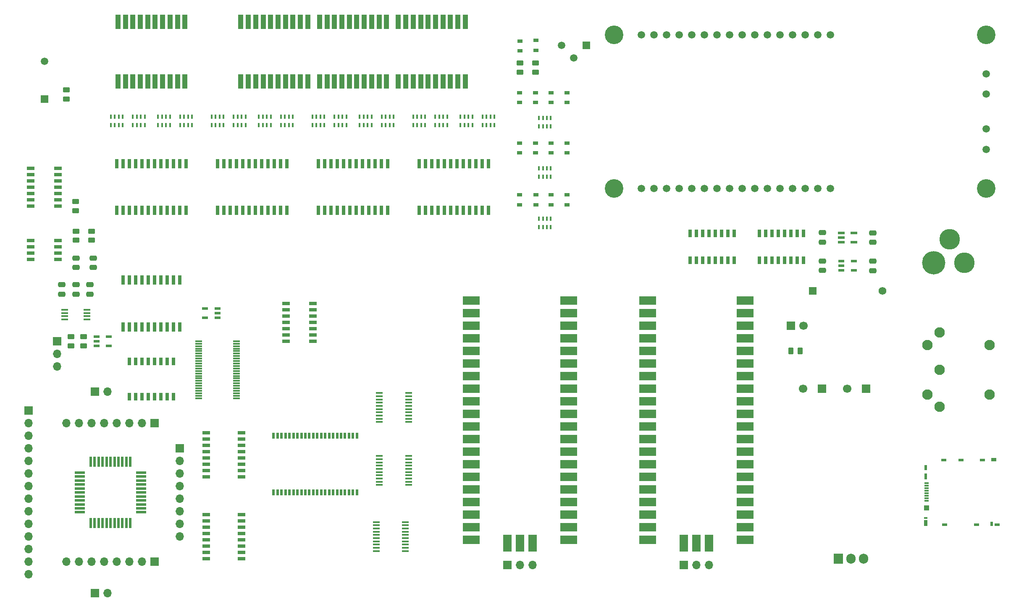
<source format=gbr>
%TF.GenerationSoftware,KiCad,Pcbnew,(6.0.5)*%
%TF.CreationDate,2022-08-14T20:58:04+02:00*%
%TF.ProjectId,Pico Debugger,5069636f-2044-4656-9275-676765722e6b,rev?*%
%TF.SameCoordinates,Original*%
%TF.FileFunction,Soldermask,Top*%
%TF.FilePolarity,Negative*%
%FSLAX46Y46*%
G04 Gerber Fmt 4.6, Leading zero omitted, Abs format (unit mm)*
G04 Created by KiCad (PCBNEW (6.0.5)) date 2022-08-14 20:58:04*
%MOMM*%
%LPD*%
G01*
G04 APERTURE LIST*
G04 Aperture macros list*
%AMRoundRect*
0 Rectangle with rounded corners*
0 $1 Rounding radius*
0 $2 $3 $4 $5 $6 $7 $8 $9 X,Y pos of 4 corners*
0 Add a 4 corners polygon primitive as box body*
4,1,4,$2,$3,$4,$5,$6,$7,$8,$9,$2,$3,0*
0 Add four circle primitives for the rounded corners*
1,1,$1+$1,$2,$3*
1,1,$1+$1,$4,$5*
1,1,$1+$1,$6,$7*
1,1,$1+$1,$8,$9*
0 Add four rect primitives between the rounded corners*
20,1,$1+$1,$2,$3,$4,$5,0*
20,1,$1+$1,$4,$5,$6,$7,0*
20,1,$1+$1,$6,$7,$8,$9,0*
20,1,$1+$1,$8,$9,$2,$3,0*%
G04 Aperture macros list end*
%ADD10R,0.425000X0.900000*%
%ADD11R,1.425000X0.300000*%
%ADD12R,0.650000X1.950000*%
%ADD13R,1.000000X0.800000*%
%ADD14R,1.700000X1.700000*%
%ADD15C,1.700000*%
%ADD16O,1.700000X1.700000*%
%ADD17R,1.000000X3.000000*%
%ADD18R,1.550000X0.650000*%
%ADD19RoundRect,0.250000X-0.475000X0.250000X-0.475000X-0.250000X0.475000X-0.250000X0.475000X0.250000X0*%
%ADD20RoundRect,0.250000X0.262500X0.450000X-0.262500X0.450000X-0.262500X-0.450000X0.262500X-0.450000X0*%
%ADD21R,1.400000X0.600000*%
%ADD22RoundRect,0.250000X-0.450000X0.262500X-0.450000X-0.262500X0.450000X-0.262500X0.450000X0.262500X0*%
%ADD23R,1.250000X0.600000*%
%ADD24R,0.650000X1.550000*%
%ADD25RoundRect,0.250000X0.450000X-0.262500X0.450000X0.262500X-0.450000X0.262500X-0.450000X-0.262500X0*%
%ADD26R,0.650000X1.925000*%
%ADD27R,1.150000X0.600000*%
%ADD28C,4.700000*%
%ADD29C,4.150000*%
%ADD30RoundRect,0.250000X0.475000X-0.250000X0.475000X0.250000X-0.475000X0.250000X-0.475000X-0.250000X0*%
%ADD31C,1.500000*%
%ADD32C,3.750000*%
%ADD33RoundRect,0.137500X0.912500X-0.137500X0.912500X0.137500X-0.912500X0.137500X-0.912500X-0.137500X0*%
%ADD34RoundRect,0.137500X0.137500X-0.912500X0.137500X0.912500X-0.137500X0.912500X-0.137500X-0.912500X0*%
%ADD35R,1.509000X1.509000*%
%ADD36C,1.509000*%
%ADD37R,1.475000X0.450000*%
%ADD38R,3.500000X1.700000*%
%ADD39R,1.700000X3.500000*%
%ADD40R,1.425000X0.450000*%
%ADD41C,2.100000*%
%ADD42R,1.500000X1.500000*%
%ADD43R,1.905000X2.000000*%
%ADD44O,1.905000X2.000000*%
%ADD45R,1.575000X1.575000*%
%ADD46C,1.575000*%
%ADD47R,0.850000X0.300000*%
%ADD48R,1.000000X1.000000*%
%ADD49R,0.650000X0.450000*%
%ADD50R,0.650000X1.150000*%
%ADD51R,1.000000X0.500000*%
%ADD52R,0.500000X0.850000*%
%ADD53R,1.000000X0.700000*%
%ADD54R,0.600000X1.000000*%
%ADD55R,0.600000X1.200000*%
%ADD56R,0.600000X1.295000*%
G04 APERTURE END LIST*
D10*
%TO.C,RN4*%
X61665000Y-68160000D03*
X62465000Y-68160000D03*
X63265000Y-68160000D03*
X64065000Y-68160000D03*
X64065000Y-66460000D03*
X63265000Y-66460000D03*
X62465000Y-66460000D03*
X61665000Y-66460000D03*
%TD*%
D11*
%TO.C,IC5*%
X79373000Y-111725000D03*
X79373000Y-112225000D03*
X79373000Y-112725000D03*
X79373000Y-113225000D03*
X79373000Y-113725000D03*
X79373000Y-114225000D03*
X79373000Y-114725000D03*
X79373000Y-115225000D03*
X79373000Y-115725000D03*
X79373000Y-116225000D03*
X79373000Y-116725000D03*
X79373000Y-117225000D03*
X79373000Y-117725000D03*
X79373000Y-118225000D03*
X79373000Y-118725000D03*
X79373000Y-119225000D03*
X79373000Y-119725000D03*
X79373000Y-120225000D03*
X79373000Y-120725000D03*
X79373000Y-121225000D03*
X79373000Y-121725000D03*
X79373000Y-122225000D03*
X79373000Y-122725000D03*
X79373000Y-123225000D03*
X86997000Y-123225000D03*
X86997000Y-122725000D03*
X86997000Y-122225000D03*
X86997000Y-121725000D03*
X86997000Y-121225000D03*
X86997000Y-120725000D03*
X86997000Y-120225000D03*
X86997000Y-119725000D03*
X86997000Y-119225000D03*
X86997000Y-118725000D03*
X86997000Y-118225000D03*
X86997000Y-117725000D03*
X86997000Y-117225000D03*
X86997000Y-116725000D03*
X86997000Y-116225000D03*
X86997000Y-115725000D03*
X86997000Y-115225000D03*
X86997000Y-114725000D03*
X86997000Y-114225000D03*
X86997000Y-113725000D03*
X86997000Y-113225000D03*
X86997000Y-112725000D03*
X86997000Y-112225000D03*
X86997000Y-111725000D03*
%TD*%
D12*
%TO.C,IC12*%
X64135000Y-108865000D03*
X65405000Y-108865000D03*
X66675000Y-108865000D03*
X67945000Y-108865000D03*
X69215000Y-108865000D03*
X70485000Y-108865000D03*
X71755000Y-108865000D03*
X73025000Y-108865000D03*
X74295000Y-108865000D03*
X75565000Y-108865000D03*
X75565000Y-99415000D03*
X74295000Y-99415000D03*
X73025000Y-99415000D03*
X71755000Y-99415000D03*
X70485000Y-99415000D03*
X69215000Y-99415000D03*
X67945000Y-99415000D03*
X66675000Y-99415000D03*
X65405000Y-99415000D03*
X64135000Y-99415000D03*
%TD*%
D13*
%TO.C,LED5*%
X147250000Y-73755000D03*
X147250000Y-71755000D03*
%TD*%
D14*
%TO.C,C6*%
X205002651Y-121285000D03*
D15*
X201202651Y-121285000D03*
%TD*%
D10*
%TO.C,RN11*%
X114230000Y-66460000D03*
X113430000Y-66460000D03*
X112630000Y-66460000D03*
X111830000Y-66460000D03*
X111830000Y-68160000D03*
X112630000Y-68160000D03*
X113430000Y-68160000D03*
X114230000Y-68160000D03*
%TD*%
D13*
%TO.C,LED10*%
X150425000Y-63595000D03*
X150425000Y-61595000D03*
%TD*%
D14*
%TO.C,J8*%
X70485000Y-128270000D03*
D16*
X67945000Y-128270000D03*
X65405000Y-128270000D03*
X62865000Y-128270000D03*
X60325000Y-128270000D03*
X57785000Y-128270000D03*
X55245000Y-128270000D03*
X52705000Y-128270000D03*
%TD*%
D17*
%TO.C,DS3*%
X103740000Y-59340000D03*
X105240000Y-59340000D03*
X106740000Y-59340000D03*
X108240000Y-59340000D03*
X109740000Y-59340000D03*
X111240000Y-59340000D03*
X112740000Y-59340000D03*
X114240000Y-59340000D03*
X115740000Y-59340000D03*
X117240000Y-59340000D03*
X117240000Y-47340000D03*
X115740000Y-47340000D03*
X114240000Y-47340000D03*
X112740000Y-47340000D03*
X111240000Y-47340000D03*
X109740000Y-47340000D03*
X108240000Y-47340000D03*
X106740000Y-47340000D03*
X105240000Y-47340000D03*
X103740000Y-47340000D03*
%TD*%
D10*
%TO.C,RN8*%
X102305000Y-68160000D03*
X103105000Y-68160000D03*
X103905000Y-68160000D03*
X104705000Y-68160000D03*
X104705000Y-66460000D03*
X103905000Y-66460000D03*
X103105000Y-66460000D03*
X102305000Y-66460000D03*
%TD*%
D13*
%TO.C,LED11*%
X153600000Y-63595000D03*
X153600000Y-61595000D03*
%TD*%
D14*
%TO.C,J11*%
X58420000Y-121920000D03*
D16*
X60960000Y-121920000D03*
%TD*%
D18*
%TO.C,IC10*%
X45535000Y-91440000D03*
X45535000Y-92710000D03*
X45535000Y-93980000D03*
X45535000Y-95250000D03*
X50985000Y-95250000D03*
X50985000Y-93980000D03*
X50985000Y-92710000D03*
X50985000Y-91440000D03*
%TD*%
D19*
%TO.C,C4*%
X215265000Y-95586000D03*
X215265000Y-97486000D03*
%TD*%
D17*
%TO.C,DS2*%
X63100000Y-59340000D03*
X64600000Y-59340000D03*
X66100000Y-59340000D03*
X67600000Y-59340000D03*
X69100000Y-59340000D03*
X70600000Y-59340000D03*
X72100000Y-59340000D03*
X73600000Y-59340000D03*
X75100000Y-59340000D03*
X76600000Y-59340000D03*
X76600000Y-47340000D03*
X75100000Y-47340000D03*
X73600000Y-47340000D03*
X72100000Y-47340000D03*
X70600000Y-47340000D03*
X69100000Y-47340000D03*
X67600000Y-47340000D03*
X66100000Y-47340000D03*
X64600000Y-47340000D03*
X63100000Y-47340000D03*
%TD*%
D14*
%TO.C,J12*%
X50800000Y-111760000D03*
D16*
X50800000Y-114300000D03*
X50800000Y-116840000D03*
%TD*%
D20*
%TO.C,R3*%
X200580000Y-113665000D03*
X198755000Y-113665000D03*
%TD*%
D18*
%TO.C,IC15*%
X45535000Y-76835000D03*
X45535000Y-78105000D03*
X45535000Y-79375000D03*
X45535000Y-80645000D03*
X45535000Y-81915000D03*
X45535000Y-83185000D03*
X45535000Y-84455000D03*
X50985000Y-84455000D03*
X50985000Y-83185000D03*
X50985000Y-81915000D03*
X50985000Y-80645000D03*
X50985000Y-79375000D03*
X50985000Y-78105000D03*
X50985000Y-76835000D03*
%TD*%
D21*
%TO.C,IC1*%
X208935000Y-89855000D03*
X208935000Y-90805000D03*
X208935000Y-91755000D03*
X211435000Y-91755000D03*
X211435000Y-89855000D03*
%TD*%
D18*
%TO.C,RN2*%
X80907000Y-130175000D03*
X80907000Y-131445000D03*
X80907000Y-132715000D03*
X80907000Y-133985000D03*
X80907000Y-135255000D03*
X80907000Y-136525000D03*
X80907000Y-137795000D03*
X80907000Y-139065000D03*
X88003000Y-139065000D03*
X88003000Y-137795000D03*
X88003000Y-136525000D03*
X88003000Y-135255000D03*
X88003000Y-133985000D03*
X88003000Y-132715000D03*
X88003000Y-131445000D03*
X88003000Y-130175000D03*
%TD*%
D22*
%TO.C,R5*%
X54620000Y-89535000D03*
X54620000Y-91360000D03*
%TD*%
D13*
%TO.C,LED9*%
X147250000Y-63595000D03*
X147250000Y-61595000D03*
%TD*%
D19*
%TO.C,C7*%
X54610000Y-94951000D03*
X54610000Y-96851000D03*
%TD*%
D23*
%TO.C,IC11*%
X83165000Y-106995000D03*
X83165000Y-106045000D03*
X83165000Y-105095000D03*
X80665000Y-105095000D03*
X80665000Y-106995000D03*
%TD*%
D14*
%TO.C,J6*%
X75565000Y-133350000D03*
D16*
X75565000Y-135890000D03*
X75565000Y-138430000D03*
X75565000Y-140970000D03*
X75565000Y-143510000D03*
X75565000Y-146050000D03*
X75565000Y-148590000D03*
X75565000Y-151130000D03*
%TD*%
D24*
%TO.C,RN1*%
X74295000Y-115832000D03*
X73025000Y-115832000D03*
X71755000Y-115832000D03*
X70485000Y-115832000D03*
X69215000Y-115832000D03*
X67945000Y-115832000D03*
X66675000Y-115832000D03*
X65405000Y-115832000D03*
X65405000Y-122928000D03*
X66675000Y-122928000D03*
X67945000Y-122928000D03*
X69215000Y-122928000D03*
X70485000Y-122928000D03*
X71755000Y-122928000D03*
X73025000Y-122928000D03*
X74295000Y-122928000D03*
%TD*%
D25*
%TO.C,R2*%
X52695000Y-62865000D03*
X52695000Y-61040000D03*
%TD*%
D13*
%TO.C,LED13*%
X147320000Y-84185000D03*
X147320000Y-82185000D03*
%TD*%
D10*
%TO.C,RN10*%
X118675000Y-66460000D03*
X117875000Y-66460000D03*
X117075000Y-66460000D03*
X116275000Y-66460000D03*
X116275000Y-68160000D03*
X117075000Y-68160000D03*
X117875000Y-68160000D03*
X118675000Y-68160000D03*
%TD*%
%TO.C,RN22*%
X147955000Y-88695000D03*
X148755000Y-88695000D03*
X149555000Y-88695000D03*
X150355000Y-88695000D03*
X150355000Y-86995000D03*
X149555000Y-86995000D03*
X148755000Y-86995000D03*
X147955000Y-86995000D03*
%TD*%
D13*
%TO.C,LED3*%
X147320000Y-53070000D03*
X147320000Y-51070000D03*
%TD*%
%TO.C,LED2*%
X144145000Y-53163000D03*
X144145000Y-51163000D03*
%TD*%
D19*
%TO.C,C8*%
X58102500Y-94951000D03*
X58102500Y-96851000D03*
%TD*%
D25*
%TO.C,R7*%
X144135000Y-57427500D03*
X144135000Y-55602500D03*
%TD*%
D13*
%TO.C,LED4*%
X144075000Y-73755000D03*
X144075000Y-71755000D03*
%TD*%
D17*
%TO.C,DS5*%
X87865000Y-59340000D03*
X89365000Y-59340000D03*
X90865000Y-59340000D03*
X92365000Y-59340000D03*
X93865000Y-59340000D03*
X95365000Y-59340000D03*
X96865000Y-59340000D03*
X98365000Y-59340000D03*
X99865000Y-59340000D03*
X101365000Y-59340000D03*
X101365000Y-47340000D03*
X99865000Y-47340000D03*
X98365000Y-47340000D03*
X96865000Y-47340000D03*
X95365000Y-47340000D03*
X93865000Y-47340000D03*
X92365000Y-47340000D03*
X90865000Y-47340000D03*
X89365000Y-47340000D03*
X87865000Y-47340000D03*
%TD*%
D10*
%TO.C,RN20*%
X147955000Y-78535000D03*
X148755000Y-78535000D03*
X149555000Y-78535000D03*
X150355000Y-78535000D03*
X150355000Y-76835000D03*
X149555000Y-76835000D03*
X148755000Y-76835000D03*
X147955000Y-76835000D03*
%TD*%
D26*
%TO.C,IC21*%
X83185000Y-85357000D03*
X84455000Y-85357000D03*
X85725000Y-85357000D03*
X86995000Y-85357000D03*
X88265000Y-85357000D03*
X89535000Y-85357000D03*
X90805000Y-85357000D03*
X92075000Y-85357000D03*
X93345000Y-85357000D03*
X94615000Y-85357000D03*
X95885000Y-85357000D03*
X97155000Y-85357000D03*
X97155000Y-75933000D03*
X95885000Y-75933000D03*
X94615000Y-75933000D03*
X93345000Y-75933000D03*
X92075000Y-75933000D03*
X90805000Y-75933000D03*
X89535000Y-75933000D03*
X88265000Y-75933000D03*
X86995000Y-75933000D03*
X85725000Y-75933000D03*
X84455000Y-75933000D03*
X83185000Y-75933000D03*
%TD*%
D27*
%TO.C,IC2*%
X208885000Y-95570000D03*
X208885000Y-96520000D03*
X208885000Y-97470000D03*
X211485000Y-97470000D03*
X211485000Y-95570000D03*
%TD*%
D13*
%TO.C,LED6*%
X150425000Y-73755000D03*
X150425000Y-71755000D03*
%TD*%
D28*
%TO.C,J5*%
X227533200Y-95885000D03*
D29*
X230733200Y-91185000D03*
X233733200Y-95885000D03*
%TD*%
D30*
%TO.C,C20*%
X54610000Y-102216500D03*
X54610000Y-100316500D03*
%TD*%
D24*
%TO.C,IC3*%
X192365000Y-95435000D03*
X193635000Y-95435000D03*
X194905000Y-95435000D03*
X196175000Y-95435000D03*
X197445000Y-95435000D03*
X198715000Y-95435000D03*
X199985000Y-95435000D03*
X201255000Y-95435000D03*
X201255000Y-89985000D03*
X199985000Y-89985000D03*
X198715000Y-89985000D03*
X197445000Y-89985000D03*
X196175000Y-89985000D03*
X194905000Y-89985000D03*
X193635000Y-89985000D03*
X192365000Y-89985000D03*
%TD*%
D26*
%TO.C,IC19*%
X103505000Y-85357000D03*
X104775000Y-85357000D03*
X106045000Y-85357000D03*
X107315000Y-85357000D03*
X108585000Y-85357000D03*
X109855000Y-85357000D03*
X111125000Y-85357000D03*
X112395000Y-85357000D03*
X113665000Y-85357000D03*
X114935000Y-85357000D03*
X116205000Y-85357000D03*
X117475000Y-85357000D03*
X117475000Y-75933000D03*
X116205000Y-75933000D03*
X114935000Y-75933000D03*
X113665000Y-75933000D03*
X112395000Y-75933000D03*
X111125000Y-75933000D03*
X109855000Y-75933000D03*
X108585000Y-75933000D03*
X107315000Y-75933000D03*
X106045000Y-75933000D03*
X104775000Y-75933000D03*
X103505000Y-75933000D03*
%TD*%
D25*
%TO.C,R4*%
X57775000Y-91360000D03*
X57775000Y-89535000D03*
%TD*%
D13*
%TO.C,LED12*%
X144075000Y-84185000D03*
X144075000Y-82185000D03*
%TD*%
D14*
%TO.C,J1*%
X177180000Y-156845000D03*
D16*
X179720000Y-156845000D03*
X182260000Y-156845000D03*
%TD*%
D22*
%TO.C,R12*%
X53667500Y-110847500D03*
X53667500Y-112672500D03*
%TD*%
D18*
%TO.C,RN3*%
X80907000Y-146685000D03*
X80907000Y-147955000D03*
X80907000Y-149225000D03*
X80907000Y-150495000D03*
X80907000Y-151765000D03*
X80907000Y-153035000D03*
X80907000Y-154305000D03*
X80907000Y-155575000D03*
X88003000Y-155575000D03*
X88003000Y-154305000D03*
X88003000Y-153035000D03*
X88003000Y-151765000D03*
X88003000Y-150495000D03*
X88003000Y-149225000D03*
X88003000Y-147955000D03*
X88003000Y-146685000D03*
%TD*%
D10*
%TO.C,RN9*%
X106750000Y-68160000D03*
X107550000Y-68160000D03*
X108350000Y-68160000D03*
X109150000Y-68160000D03*
X109150000Y-66460000D03*
X108350000Y-66460000D03*
X107550000Y-66460000D03*
X106750000Y-66460000D03*
%TD*%
%TO.C,RN18*%
X98355000Y-66460000D03*
X97555000Y-66460000D03*
X96755000Y-66460000D03*
X95955000Y-66460000D03*
X95955000Y-68160000D03*
X96755000Y-68160000D03*
X97555000Y-68160000D03*
X98355000Y-68160000D03*
%TD*%
D31*
%TO.C,DS1*%
X168620000Y-80905000D03*
X171160000Y-80905000D03*
X173700000Y-80905000D03*
X176240000Y-80905000D03*
X178780000Y-80905000D03*
X181320000Y-80905000D03*
X183860000Y-80905000D03*
X186400000Y-80905000D03*
X188940000Y-80905000D03*
X191480000Y-80905000D03*
X194020000Y-80905000D03*
X196560000Y-80905000D03*
X199100000Y-80905000D03*
X201640000Y-80905000D03*
X204180000Y-80905000D03*
X206720000Y-80905000D03*
X168620000Y-49905000D03*
X171160000Y-49905000D03*
X173700000Y-49905000D03*
X176240000Y-49905000D03*
X178780000Y-49905000D03*
X181320000Y-49905000D03*
X183860000Y-49905000D03*
X186400000Y-49905000D03*
X188940000Y-49905000D03*
X191480000Y-49905000D03*
X194020000Y-49905000D03*
X196560000Y-49905000D03*
X199100000Y-49905000D03*
X201640000Y-49905000D03*
X204180000Y-49905000D03*
X206720000Y-49905000D03*
X238120000Y-57785000D03*
X238120000Y-61905000D03*
X238120000Y-68905000D03*
X238120000Y-73025000D03*
D32*
X163120000Y-80905000D03*
X163120000Y-49905000D03*
X238120000Y-49905000D03*
X238120000Y-80905000D03*
%TD*%
D33*
%TO.C,IC7*%
X55395000Y-142240000D03*
X55395000Y-143040000D03*
X55395000Y-143840000D03*
X55395000Y-144640000D03*
X55395000Y-145440000D03*
X55395000Y-146240000D03*
D34*
X57595000Y-148440000D03*
X58395000Y-148440000D03*
X59195000Y-148440000D03*
X59995000Y-148440000D03*
X60795000Y-148440000D03*
X61595000Y-148440000D03*
X62395000Y-148440000D03*
X63195000Y-148440000D03*
X63995000Y-148440000D03*
X64795000Y-148440000D03*
X65595000Y-148440000D03*
D33*
X67795000Y-146240000D03*
X67795000Y-145440000D03*
X67795000Y-144640000D03*
X67795000Y-143840000D03*
X67795000Y-143040000D03*
X67795000Y-142240000D03*
X67795000Y-141440000D03*
X67795000Y-140640000D03*
X67795000Y-139840000D03*
X67795000Y-139040000D03*
X67795000Y-138240000D03*
D34*
X65595000Y-136040000D03*
X64795000Y-136040000D03*
X63995000Y-136040000D03*
X63195000Y-136040000D03*
X62395000Y-136040000D03*
X61595000Y-136040000D03*
X60795000Y-136040000D03*
X59995000Y-136040000D03*
X59195000Y-136040000D03*
X58395000Y-136040000D03*
X57595000Y-136040000D03*
D33*
X55395000Y-138240000D03*
X55395000Y-139040000D03*
X55395000Y-139840000D03*
X55395000Y-140640000D03*
X55395000Y-141440000D03*
%TD*%
D25*
%TO.C,R1*%
X54600000Y-85367500D03*
X54600000Y-83542500D03*
%TD*%
%TO.C,R8*%
X147310000Y-57427500D03*
X147310000Y-55602500D03*
%TD*%
D35*
%TO.C,S1*%
X48260000Y-62865000D03*
D36*
X48260000Y-55245000D03*
%TD*%
D10*
%TO.C,RN16*%
X81985000Y-68160000D03*
X82785000Y-68160000D03*
X83585000Y-68160000D03*
X84385000Y-68160000D03*
X84385000Y-66460000D03*
X83585000Y-66460000D03*
X82785000Y-66460000D03*
X81985000Y-66460000D03*
%TD*%
%TO.C,RN21*%
X147955000Y-68375000D03*
X148755000Y-68375000D03*
X149555000Y-68375000D03*
X150355000Y-68375000D03*
X150355000Y-66675000D03*
X149555000Y-66675000D03*
X148755000Y-66675000D03*
X147955000Y-66675000D03*
%TD*%
D14*
%TO.C,LED1*%
X198755000Y-108585000D03*
D15*
X201295000Y-108585000D03*
%TD*%
D37*
%TO.C,IC9*%
X121683000Y-128020000D03*
X121683000Y-127370000D03*
X121683000Y-126720000D03*
X121683000Y-126070000D03*
X121683000Y-125420000D03*
X121683000Y-124770000D03*
X121683000Y-124120000D03*
X121683000Y-123470000D03*
X121683000Y-122820000D03*
X121683000Y-122170000D03*
X115807000Y-122170000D03*
X115807000Y-122820000D03*
X115807000Y-123470000D03*
X115807000Y-124120000D03*
X115807000Y-124770000D03*
X115807000Y-125420000D03*
X115807000Y-126070000D03*
X115807000Y-126720000D03*
X115807000Y-127370000D03*
X115807000Y-128020000D03*
%TD*%
D38*
%TO.C,U3*%
X134355000Y-103505000D03*
X134355000Y-106045000D03*
X134355000Y-108585000D03*
X134355000Y-111125000D03*
X134355000Y-113665000D03*
X134355000Y-116205000D03*
X134355000Y-118745000D03*
X134355000Y-121285000D03*
X134355000Y-123825000D03*
X134355000Y-126365000D03*
X134355000Y-128905000D03*
X134355000Y-131445000D03*
X134355000Y-133985000D03*
X134355000Y-136525000D03*
X134355000Y-139065000D03*
X134355000Y-141605000D03*
X134355000Y-144145000D03*
X134355000Y-146685000D03*
X134355000Y-149225000D03*
X134355000Y-151765000D03*
X153935000Y-151765000D03*
X153935000Y-149225000D03*
X153935000Y-146685000D03*
X153935000Y-144145000D03*
X153935000Y-141605000D03*
X153935000Y-139065000D03*
X153935000Y-136525000D03*
X153935000Y-133985000D03*
X153935000Y-131445000D03*
X153935000Y-128905000D03*
X153935000Y-126365000D03*
X153935000Y-123825000D03*
X153935000Y-121285000D03*
X153935000Y-118745000D03*
X153935000Y-116205000D03*
X153935000Y-113665000D03*
X153935000Y-111125000D03*
X153935000Y-108585000D03*
X153935000Y-106045000D03*
X153935000Y-103505000D03*
D39*
X141605000Y-152435000D03*
X144145000Y-152435000D03*
X146685000Y-152435000D03*
%TD*%
D10*
%TO.C,RN15*%
X134550000Y-66460000D03*
X133750000Y-66460000D03*
X132950000Y-66460000D03*
X132150000Y-66460000D03*
X132150000Y-68160000D03*
X132950000Y-68160000D03*
X133750000Y-68160000D03*
X134550000Y-68160000D03*
%TD*%
D40*
%TO.C,IC16*%
X52398000Y-105387500D03*
X52398000Y-106037500D03*
X52398000Y-106687500D03*
X52398000Y-107337500D03*
X56822000Y-107337500D03*
X56822000Y-106687500D03*
X56822000Y-106037500D03*
X56822000Y-105387500D03*
%TD*%
D30*
%TO.C,C41*%
X51752500Y-102216500D03*
X51752500Y-100316500D03*
%TD*%
D10*
%TO.C,RN13*%
X127070000Y-68160000D03*
X127870000Y-68160000D03*
X128670000Y-68160000D03*
X129470000Y-68160000D03*
X129470000Y-66460000D03*
X128670000Y-66460000D03*
X127870000Y-66460000D03*
X127070000Y-66460000D03*
%TD*%
%TO.C,RN17*%
X86430000Y-68160000D03*
X87230000Y-68160000D03*
X88030000Y-68160000D03*
X88830000Y-68160000D03*
X88830000Y-66460000D03*
X88030000Y-66460000D03*
X87230000Y-66460000D03*
X86430000Y-66460000D03*
%TD*%
D14*
%TO.C,C5*%
X213892651Y-121285000D03*
D15*
X210092651Y-121285000D03*
%TD*%
D37*
%TO.C,IC8*%
X121048000Y-154055000D03*
X121048000Y-153405000D03*
X121048000Y-152755000D03*
X121048000Y-152105000D03*
X121048000Y-151455000D03*
X121048000Y-150805000D03*
X121048000Y-150155000D03*
X121048000Y-149505000D03*
X121048000Y-148855000D03*
X121048000Y-148205000D03*
X115172000Y-148205000D03*
X115172000Y-148855000D03*
X115172000Y-149505000D03*
X115172000Y-150155000D03*
X115172000Y-150805000D03*
X115172000Y-151455000D03*
X115172000Y-152105000D03*
X115172000Y-152755000D03*
X115172000Y-153405000D03*
X115172000Y-154055000D03*
%TD*%
D10*
%TO.C,RN19*%
X93910000Y-66460000D03*
X93110000Y-66460000D03*
X92310000Y-66460000D03*
X91510000Y-66460000D03*
X91510000Y-68160000D03*
X92310000Y-68160000D03*
X93110000Y-68160000D03*
X93910000Y-68160000D03*
%TD*%
D23*
%TO.C,IC17*%
X58757500Y-110810000D03*
X58757500Y-111760000D03*
X58757500Y-112710000D03*
X61257500Y-112710000D03*
X61257500Y-110810000D03*
%TD*%
D41*
%TO.C,J4*%
X228760000Y-109975000D03*
X228760000Y-117475000D03*
X228760000Y-124975000D03*
X226260000Y-112475000D03*
X226260000Y-122475000D03*
X238760000Y-112475000D03*
X238760000Y-122475000D03*
%TD*%
D13*
%TO.C,LED15*%
X153600000Y-84185000D03*
X153600000Y-82185000D03*
%TD*%
%TO.C,LED7*%
X153600000Y-73755000D03*
X153600000Y-71755000D03*
%TD*%
%TO.C,LED8*%
X144075000Y-63595000D03*
X144075000Y-61595000D03*
%TD*%
D14*
%TO.C,J2*%
X141620000Y-156845000D03*
D16*
X144160000Y-156845000D03*
X146700000Y-156845000D03*
%TD*%
D10*
%TO.C,RN12*%
X122625000Y-68160000D03*
X123425000Y-68160000D03*
X124225000Y-68160000D03*
X125025000Y-68160000D03*
X125025000Y-66460000D03*
X124225000Y-66460000D03*
X123425000Y-66460000D03*
X122625000Y-66460000D03*
%TD*%
D14*
%TO.C,J7*%
X70485000Y-156210000D03*
D16*
X67945000Y-156210000D03*
X65405000Y-156210000D03*
X62865000Y-156210000D03*
X60325000Y-156210000D03*
X57785000Y-156210000D03*
X55245000Y-156210000D03*
X52705000Y-156210000D03*
%TD*%
D10*
%TO.C,RN5*%
X66115000Y-68160000D03*
X66915000Y-68160000D03*
X67715000Y-68160000D03*
X68515000Y-68160000D03*
X68515000Y-66460000D03*
X67715000Y-66460000D03*
X66915000Y-66460000D03*
X66115000Y-66460000D03*
%TD*%
%TO.C,RN14*%
X138995000Y-66460000D03*
X138195000Y-66460000D03*
X137395000Y-66460000D03*
X136595000Y-66460000D03*
X136595000Y-68160000D03*
X137395000Y-68160000D03*
X138195000Y-68160000D03*
X138995000Y-68160000D03*
%TD*%
D18*
%TO.C,IC13*%
X96970000Y-104140000D03*
X96970000Y-105410000D03*
X96970000Y-106680000D03*
X96970000Y-107950000D03*
X96970000Y-109220000D03*
X96970000Y-110490000D03*
X96970000Y-111760000D03*
X102420000Y-111760000D03*
X102420000Y-110490000D03*
X102420000Y-109220000D03*
X102420000Y-107950000D03*
X102420000Y-106680000D03*
X102420000Y-105410000D03*
X102420000Y-104140000D03*
%TD*%
D42*
%TO.C,VR1*%
X157480000Y-52070000D03*
D31*
X154980000Y-54570000D03*
X152480000Y-52070000D03*
%TD*%
D26*
%TO.C,IC20*%
X123825000Y-85357000D03*
X125095000Y-85357000D03*
X126365000Y-85357000D03*
X127635000Y-85357000D03*
X128905000Y-85357000D03*
X130175000Y-85357000D03*
X131445000Y-85357000D03*
X132715000Y-85357000D03*
X133985000Y-85357000D03*
X135255000Y-85357000D03*
X136525000Y-85357000D03*
X137795000Y-85357000D03*
X137795000Y-75933000D03*
X136525000Y-75933000D03*
X135255000Y-75933000D03*
X133985000Y-75933000D03*
X132715000Y-75933000D03*
X131445000Y-75933000D03*
X130175000Y-75933000D03*
X128905000Y-75933000D03*
X127635000Y-75933000D03*
X126365000Y-75933000D03*
X125095000Y-75933000D03*
X123825000Y-75933000D03*
%TD*%
D14*
%TO.C,J9*%
X45085000Y-125730000D03*
D16*
X45085000Y-128270000D03*
X45085000Y-130810000D03*
X45085000Y-133350000D03*
X45085000Y-135890000D03*
X45085000Y-138430000D03*
X45085000Y-140970000D03*
X45085000Y-143510000D03*
X45085000Y-146050000D03*
X45085000Y-148590000D03*
X45085000Y-151130000D03*
X45085000Y-153670000D03*
X45085000Y-156210000D03*
X45085000Y-158750000D03*
%TD*%
D43*
%TO.C,U1*%
X208280000Y-155575000D03*
D44*
X210820000Y-155575000D03*
X213360000Y-155575000D03*
%TD*%
D10*
%TO.C,RN6*%
X73590000Y-66460000D03*
X72790000Y-66460000D03*
X71990000Y-66460000D03*
X71190000Y-66460000D03*
X71190000Y-68160000D03*
X71990000Y-68160000D03*
X72790000Y-68160000D03*
X73590000Y-68160000D03*
%TD*%
D38*
%TO.C,U2*%
X169915000Y-103505000D03*
X169915000Y-106045000D03*
X169915000Y-108585000D03*
X169915000Y-111125000D03*
X169915000Y-113665000D03*
X169915000Y-116205000D03*
X169915000Y-118745000D03*
X169915000Y-121285000D03*
X169915000Y-123825000D03*
X169915000Y-126365000D03*
X169915000Y-128905000D03*
X169915000Y-131445000D03*
X169915000Y-133985000D03*
X169915000Y-136525000D03*
X169915000Y-139065000D03*
X169915000Y-141605000D03*
X169915000Y-144145000D03*
X169915000Y-146685000D03*
X169915000Y-149225000D03*
X169915000Y-151765000D03*
X189495000Y-151765000D03*
X189495000Y-149225000D03*
X189495000Y-146685000D03*
X189495000Y-144145000D03*
X189495000Y-141605000D03*
X189495000Y-139065000D03*
X189495000Y-136525000D03*
X189495000Y-133985000D03*
X189495000Y-131445000D03*
X189495000Y-128905000D03*
X189495000Y-126365000D03*
X189495000Y-123825000D03*
X189495000Y-121285000D03*
X189495000Y-118745000D03*
X189495000Y-116205000D03*
X189495000Y-113665000D03*
X189495000Y-111125000D03*
X189495000Y-108585000D03*
X189495000Y-106045000D03*
X189495000Y-103505000D03*
D39*
X177165000Y-152435000D03*
X179705000Y-152435000D03*
X182245000Y-152435000D03*
%TD*%
D14*
%TO.C,J10*%
X58420000Y-162560000D03*
D16*
X60960000Y-162560000D03*
%TD*%
D26*
%TO.C,IC18*%
X62865000Y-85357000D03*
X64135000Y-85357000D03*
X65405000Y-85357000D03*
X66675000Y-85357000D03*
X67945000Y-85357000D03*
X69215000Y-85357000D03*
X70485000Y-85357000D03*
X71755000Y-85357000D03*
X73025000Y-85357000D03*
X74295000Y-85357000D03*
X75565000Y-85357000D03*
X76835000Y-85357000D03*
X76835000Y-75933000D03*
X75565000Y-75933000D03*
X74295000Y-75933000D03*
X73025000Y-75933000D03*
X71755000Y-75933000D03*
X70485000Y-75933000D03*
X69215000Y-75933000D03*
X67945000Y-75933000D03*
X66675000Y-75933000D03*
X65405000Y-75933000D03*
X64135000Y-75933000D03*
X62865000Y-75933000D03*
%TD*%
D13*
%TO.C,LED14*%
X150425000Y-84185000D03*
X150425000Y-82185000D03*
%TD*%
D30*
%TO.C,C2*%
X205105000Y-97454000D03*
X205105000Y-95554000D03*
%TD*%
D37*
%TO.C,IC6*%
X121683000Y-140720000D03*
X121683000Y-140070000D03*
X121683000Y-139420000D03*
X121683000Y-138770000D03*
X121683000Y-138120000D03*
X121683000Y-137470000D03*
X121683000Y-136820000D03*
X121683000Y-136170000D03*
X121683000Y-135520000D03*
X121683000Y-134870000D03*
X115807000Y-134870000D03*
X115807000Y-135520000D03*
X115807000Y-136170000D03*
X115807000Y-136820000D03*
X115807000Y-137470000D03*
X115807000Y-138120000D03*
X115807000Y-138770000D03*
X115807000Y-139420000D03*
X115807000Y-140070000D03*
X115807000Y-140720000D03*
%TD*%
D45*
%TO.C,D1*%
X203135500Y-101600500D03*
D46*
X217235500Y-101600500D03*
%TD*%
D10*
%TO.C,RN7*%
X78035000Y-66460000D03*
X77235000Y-66460000D03*
X76435000Y-66460000D03*
X75635000Y-66460000D03*
X75635000Y-68160000D03*
X76435000Y-68160000D03*
X77235000Y-68160000D03*
X78035000Y-68160000D03*
%TD*%
D19*
%TO.C,C3*%
X215265000Y-89871000D03*
X215265000Y-91771000D03*
%TD*%
D30*
%TO.C,C1*%
X205105000Y-91739000D03*
X205105000Y-89839000D03*
%TD*%
D24*
%TO.C,IC4*%
X178395000Y-95435000D03*
X179665000Y-95435000D03*
X180935000Y-95435000D03*
X182205000Y-95435000D03*
X183475000Y-95435000D03*
X184745000Y-95435000D03*
X186015000Y-95435000D03*
X187285000Y-95435000D03*
X187285000Y-89985000D03*
X186015000Y-89985000D03*
X184745000Y-89985000D03*
X183475000Y-89985000D03*
X182205000Y-89985000D03*
X180935000Y-89985000D03*
X179665000Y-89985000D03*
X178395000Y-89985000D03*
%TD*%
D47*
%TO.C,J3*%
X226055000Y-143890000D03*
X226055000Y-143390000D03*
X226055000Y-142890000D03*
X226055000Y-142390000D03*
X226055000Y-141890000D03*
X226055000Y-141390000D03*
X226055000Y-140890000D03*
X226055000Y-140390000D03*
D48*
X226130000Y-145390000D03*
D49*
X225955000Y-147415000D03*
D50*
X225955000Y-148415000D03*
D51*
X229730000Y-148740000D03*
X236130000Y-148740000D03*
D52*
X239180000Y-148565000D03*
D51*
X240330000Y-148740000D03*
D53*
X239630000Y-135640000D03*
D51*
X237330000Y-135740000D03*
X233030000Y-135740000D03*
X229530000Y-135740000D03*
D54*
X225930000Y-137240000D03*
D55*
X225930000Y-138990000D03*
%TD*%
D17*
%TO.C,DS4*%
X119615000Y-59340000D03*
X121115000Y-59340000D03*
X122615000Y-59340000D03*
X124115000Y-59340000D03*
X125615000Y-59340000D03*
X127115000Y-59340000D03*
X128615000Y-59340000D03*
X130115000Y-59340000D03*
X131615000Y-59340000D03*
X133115000Y-59340000D03*
X133115000Y-47340000D03*
X131615000Y-47340000D03*
X130115000Y-47340000D03*
X128615000Y-47340000D03*
X127115000Y-47340000D03*
X125615000Y-47340000D03*
X124115000Y-47340000D03*
X122615000Y-47340000D03*
X121115000Y-47340000D03*
X119615000Y-47340000D03*
%TD*%
D30*
%TO.C,C9*%
X57467500Y-102216500D03*
X57467500Y-100316500D03*
%TD*%
D22*
%TO.C,R6*%
X56207500Y-110847500D03*
X56207500Y-112672500D03*
%TD*%
D56*
%TO.C,IC14*%
X94470000Y-142253000D03*
X95270000Y-142253000D03*
X96070000Y-142253000D03*
X96870000Y-142253000D03*
X97670000Y-142253000D03*
X98470000Y-142253000D03*
X99270000Y-142253000D03*
X100070000Y-142253000D03*
X100870000Y-142253000D03*
X101670000Y-142253000D03*
X102470000Y-142253000D03*
X103270000Y-142253000D03*
X104070000Y-142253000D03*
X104870000Y-142253000D03*
X105670000Y-142253000D03*
X106470000Y-142253000D03*
X107270000Y-142253000D03*
X108070000Y-142253000D03*
X108870000Y-142253000D03*
X109670000Y-142253000D03*
X110470000Y-142253000D03*
X111270000Y-142253000D03*
X111270000Y-130797000D03*
X110470000Y-130797000D03*
X109670000Y-130797000D03*
X108870000Y-130797000D03*
X108070000Y-130797000D03*
X107270000Y-130797000D03*
X106470000Y-130797000D03*
X105670000Y-130797000D03*
X104870000Y-130797000D03*
X104070000Y-130797000D03*
X103270000Y-130797000D03*
X102470000Y-130797000D03*
X101670000Y-130797000D03*
X100870000Y-130797000D03*
X100070000Y-130797000D03*
X99270000Y-130797000D03*
X98470000Y-130797000D03*
X97670000Y-130797000D03*
X96870000Y-130797000D03*
X96070000Y-130797000D03*
X95270000Y-130797000D03*
X94470000Y-130797000D03*
%TD*%
M02*

</source>
